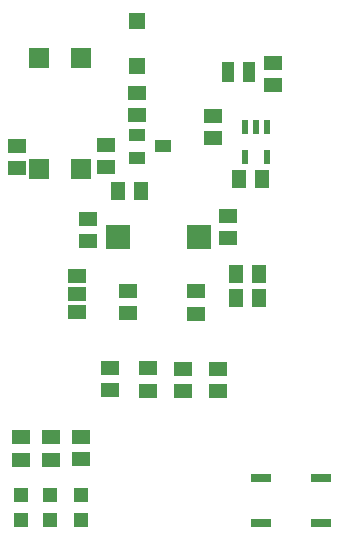
<source format=gbr>
G04 EAGLE Gerber RS-274X export*
G75*
%MOMM*%
%FSLAX34Y34*%
%LPD*%
%INSolderpaste Bottom*%
%IPPOS*%
%AMOC8*
5,1,8,0,0,1.08239X$1,22.5*%
G01*
%ADD10R,1.300000X1.500000*%
%ADD11R,1.500000X1.300000*%
%ADD12R,2.032000X2.032000*%
%ADD13R,0.550000X1.200000*%
%ADD14R,1.400000X1.400000*%
%ADD15R,1.400000X1.000000*%
%ADD16R,1.020000X1.780000*%
%ADD17R,1.778000X1.778000*%
%ADD18R,1.600200X1.168400*%
%ADD19R,1.200000X1.200000*%
%ADD20R,1.651000X0.762000*%


D10*
X298044Y218948D03*
X279044Y218948D03*
X298044Y198692D03*
X279044Y198692D03*
D11*
X172148Y120294D03*
X172148Y139294D03*
X263144Y119723D03*
X263144Y138723D03*
X233616Y119786D03*
X233616Y138786D03*
D10*
X178968Y289052D03*
X197968Y289052D03*
D11*
X244602Y185318D03*
X244602Y204318D03*
X187516Y204572D03*
X187516Y185572D03*
X204089Y119913D03*
X204089Y138913D03*
X258953Y353035D03*
X258953Y334035D03*
X309753Y378549D03*
X309753Y397549D03*
X153352Y246786D03*
X153352Y265786D03*
X272161Y249199D03*
X272161Y268199D03*
X93281Y308317D03*
X93281Y327317D03*
X168720Y309207D03*
X168720Y328207D03*
D12*
X178943Y250190D03*
X247523Y250190D03*
D13*
X286283Y343581D03*
X295783Y343581D03*
X305283Y343581D03*
X305283Y317581D03*
X286283Y317581D03*
D10*
X281584Y299148D03*
X300584Y299148D03*
D14*
X195008Y432893D03*
X195008Y394893D03*
D15*
X217121Y326898D03*
X195121Y336398D03*
X195121Y317398D03*
D11*
X194691Y372402D03*
X194691Y353402D03*
D16*
X289379Y390334D03*
X271579Y390334D03*
D11*
X96519Y61682D03*
X96519Y80682D03*
X121920Y61684D03*
X121920Y80684D03*
X147194Y61875D03*
X147194Y80875D03*
D17*
X147294Y307838D03*
X147294Y401838D03*
X112294Y307838D03*
X112294Y401838D03*
D18*
X144526Y216916D03*
X144526Y201676D03*
X144526Y186436D03*
D19*
X147320Y10836D03*
X147320Y31836D03*
X121666Y10963D03*
X121666Y31963D03*
D20*
X350520Y46482D03*
X299720Y46482D03*
X350520Y8382D03*
X299720Y8382D03*
D19*
X96520Y10963D03*
X96520Y31963D03*
M02*

</source>
